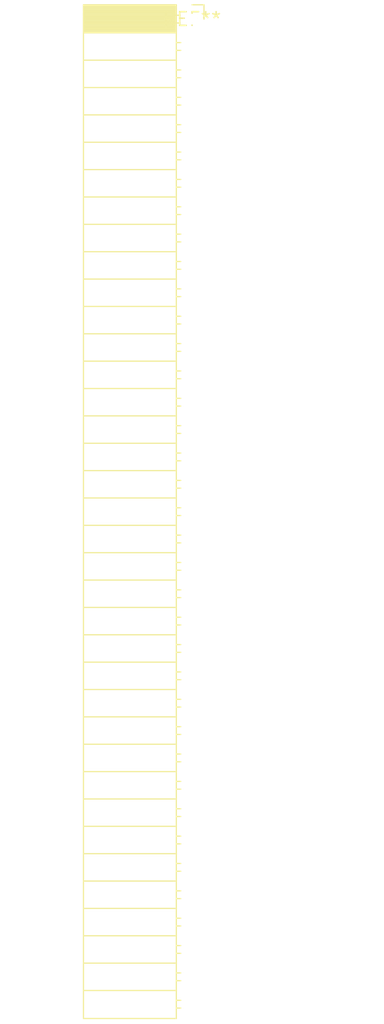
<source format=kicad_pcb>
(kicad_pcb (version 20240108) (generator pcbnew)
  (layers (0 "F.Cu" signal) (31 "B.Cu" signal) (34 "B.Paste" user) (35 "F.Paste" user) (36 "B.SilkS" user "B.Silkscreen") (37 "F.SilkS" user "F.Silkscreen") (38 "B.Mask" user) (39 "F.Mask" user) (44 "Edge.Cuts" user))
  (net 0 "")
  (footprint "PinSocket_1x37_P2.54mm_Horizontal" (layer "F.Cu") (at 0 0)
    (property "Reference" "REF**")
    (property "Value" "PinSocket_1x37_P2.54mm_Horizontal")
    (fp_line (start -10.09 -1.33) (end -10.09 92.77) (layer "F.SilkS") (stroke (width 0.12)))
    (fp_line (start -10.09 -1.33) (end -1.46 -1.33) (layer "F.SilkS") (stroke (width 0.12)))
    (fp_line (start -10.09 -1.21) (end -1.46 -1.21) (layer "F.SilkS") (stroke (width 0.12)))
    (fp_line (start -10.09 -1.091905) (end -1.46 -1.091905) (layer "F.SilkS") (stroke (width 0.12)))
    (fp_line (start -10.09 -0.97381) (end -1.46 -0.97381) (layer "F.SilkS") (stroke (width 0.12)))
    (fp_line (start -10.09 -0.855715) (end -1.46 -0.855715) (layer "F.SilkS") (stroke (width 0.12)))
    (fp_line (start -10.09 -0.73762) (end -1.46 -0.73762) (layer "F.SilkS") (stroke (width 0.12)))
    (fp_line (start -10.09 -0.619525) (end -1.46 -0.619525) (layer "F.SilkS") (stroke (width 0.12)))
    (fp_line (start -10.09 -0.50143) (end -1.46 -0.50143) (layer "F.SilkS") (stroke (width 0.12)))
    (fp_line (start -10.09 -0.383335) (end -1.46 -0.383335) (layer "F.SilkS") (stroke (width 0.12)))
    (fp_line (start -10.09 -0.26524) (end -1.46 -0.26524) (layer "F.SilkS") (stroke (width 0.12)))
    (fp_line (start -10.09 -0.147145) (end -1.46 -0.147145) (layer "F.SilkS") (stroke (width 0.12)))
    (fp_line (start -10.09 -0.02905) (end -1.46 -0.02905) (layer "F.SilkS") (stroke (width 0.12)))
    (fp_line (start -10.09 0.089045) (end -1.46 0.089045) (layer "F.SilkS") (stroke (width 0.12)))
    (fp_line (start -10.09 0.20714) (end -1.46 0.20714) (layer "F.SilkS") (stroke (width 0.12)))
    (fp_line (start -10.09 0.325235) (end -1.46 0.325235) (layer "F.SilkS") (stroke (width 0.12)))
    (fp_line (start -10.09 0.44333) (end -1.46 0.44333) (layer "F.SilkS") (stroke (width 0.12)))
    (fp_line (start -10.09 0.561425) (end -1.46 0.561425) (layer "F.SilkS") (stroke (width 0.12)))
    (fp_line (start -10.09 0.67952) (end -1.46 0.67952) (layer "F.SilkS") (stroke (width 0.12)))
    (fp_line (start -10.09 0.797615) (end -1.46 0.797615) (layer "F.SilkS") (stroke (width 0.12)))
    (fp_line (start -10.09 0.91571) (end -1.46 0.91571) (layer "F.SilkS") (stroke (width 0.12)))
    (fp_line (start -10.09 1.033805) (end -1.46 1.033805) (layer "F.SilkS") (stroke (width 0.12)))
    (fp_line (start -10.09 1.1519) (end -1.46 1.1519) (layer "F.SilkS") (stroke (width 0.12)))
    (fp_line (start -10.09 1.27) (end -1.46 1.27) (layer "F.SilkS") (stroke (width 0.12)))
    (fp_line (start -10.09 3.81) (end -1.46 3.81) (layer "F.SilkS") (stroke (width 0.12)))
    (fp_line (start -10.09 6.35) (end -1.46 6.35) (layer "F.SilkS") (stroke (width 0.12)))
    (fp_line (start -10.09 8.89) (end -1.46 8.89) (layer "F.SilkS") (stroke (width 0.12)))
    (fp_line (start -10.09 11.43) (end -1.46 11.43) (layer "F.SilkS") (stroke (width 0.12)))
    (fp_line (start -10.09 13.97) (end -1.46 13.97) (layer "F.SilkS") (stroke (width 0.12)))
    (fp_line (start -10.09 16.51) (end -1.46 16.51) (layer "F.SilkS") (stroke (width 0.12)))
    (fp_line (start -10.09 19.05) (end -1.46 19.05) (layer "F.SilkS") (stroke (width 0.12)))
    (fp_line (start -10.09 21.59) (end -1.46 21.59) (layer "F.SilkS") (stroke (width 0.12)))
    (fp_line (start -10.09 24.13) (end -1.46 24.13) (layer "F.SilkS") (stroke (width 0.12)))
    (fp_line (start -10.09 26.67) (end -1.46 26.67) (layer "F.SilkS") (stroke (width 0.12)))
    (fp_line (start -10.09 29.21) (end -1.46 29.21) (layer "F.SilkS") (stroke (width 0.12)))
    (fp_line (start -10.09 31.75) (end -1.46 31.75) (layer "F.SilkS") (stroke (width 0.12)))
    (fp_line (start -10.09 34.29) (end -1.46 34.29) (layer "F.SilkS") (stroke (width 0.12)))
    (fp_line (start -10.09 36.83) (end -1.46 36.83) (layer "F.SilkS") (stroke (width 0.12)))
    (fp_line (start -10.09 39.37) (end -1.46 39.37) (layer "F.SilkS") (stroke (width 0.12)))
    (fp_line (start -10.09 41.91) (end -1.46 41.91) (layer "F.SilkS") (stroke (width 0.12)))
    (fp_line (start -10.09 44.45) (end -1.46 44.45) (layer "F.SilkS") (stroke (width 0.12)))
    (fp_line (start -10.09 46.99) (end -1.46 46.99) (layer "F.SilkS") (stroke (width 0.12)))
    (fp_line (start -10.09 49.53) (end -1.46 49.53) (layer "F.SilkS") (stroke (width 0.12)))
    (fp_line (start -10.09 52.07) (end -1.46 52.07) (layer "F.SilkS") (stroke (width 0.12)))
    (fp_line (start -10.09 54.61) (end -1.46 54.61) (layer "F.SilkS") (stroke (width 0.12)))
    (fp_line (start -10.09 57.15) (end -1.46 57.15) (layer "F.SilkS") (stroke (width 0.12)))
    (fp_line (start -10.09 59.69) (end -1.46 59.69) (layer "F.SilkS") (stroke (width 0.12)))
    (fp_line (start -10.09 62.23) (end -1.46 62.23) (layer "F.SilkS") (stroke (width 0.12)))
    (fp_line (start -10.09 64.77) (end -1.46 64.77) (layer "F.SilkS") (stroke (width 0.12)))
    (fp_line (start -10.09 67.31) (end -1.46 67.31) (layer "F.SilkS") (stroke (width 0.12)))
    (fp_line (start -10.09 69.85) (end -1.46 69.85) (layer "F.SilkS") (stroke (width 0.12)))
    (fp_line (start -10.09 72.39) (end -1.46 72.39) (layer "F.SilkS") (stroke (width 0.12)))
    (fp_line (start -10.09 74.93) (end -1.46 74.93) (layer "F.SilkS") (stroke (width 0.12)))
    (fp_line (start -10.09 77.47) (end -1.46 77.47) (layer "F.SilkS") (stroke (width 0.12)))
    (fp_line (start -10.09 80.01) (end -1.46 80.01) (layer "F.SilkS") (stroke (width 0.12)))
    (fp_line (start -10.09 82.55) (end -1.46 82.55) (layer "F.SilkS") (stroke (width 0.12)))
    (fp_line (start -10.09 85.09) (end -1.46 85.09) (layer "F.SilkS") (stroke (width 0.12)))
    (fp_line (start -10.09 87.63) (end -1.46 87.63) (layer "F.SilkS") (stroke (width 0.12)))
    (fp_line (start -10.09 90.17) (end -1.46 90.17) (layer "F.SilkS") (stroke (width 0.12)))
    (fp_line (start -10.09 92.77) (end -1.46 92.77) (layer "F.SilkS") (stroke (width 0.12)))
    (fp_line (start -1.46 -1.33) (end -1.46 92.77) (layer "F.SilkS") (stroke (width 0.12)))
    (fp_line (start -1.46 -0.36) (end -1.11 -0.36) (layer "F.SilkS") (stroke (width 0.12)))
    (fp_line (start -1.46 0.36) (end -1.11 0.36) (layer "F.SilkS") (stroke (width 0.12)))
    (fp_line (start -1.46 2.18) (end -1.05 2.18) (layer "F.SilkS") (stroke (width 0.12)))
    (fp_line (start -1.46 2.9) (end -1.05 2.9) (layer "F.SilkS") (stroke (width 0.12)))
    (fp_line (start -1.46 4.72) (end -1.05 4.72) (layer "F.SilkS") (stroke (width 0.12)))
    (fp_line (start -1.46 5.44) (end -1.05 5.44) (layer "F.SilkS") (stroke (width 0.12)))
    (fp_line (start -1.46 7.26) (end -1.05 7.26) (layer "F.SilkS") (stroke (width 0.12)))
    (fp_line (start -1.46 7.98) (end -1.05 7.98) (layer "F.SilkS") (stroke (width 0.12)))
    (fp_line (start -1.46 9.8) (end -1.05 9.8) (layer "F.SilkS") (stroke (width 0.12)))
    (fp_line (start -1.46 10.52) (end -1.05 10.52) (layer "F.SilkS") (stroke (width 0.12)))
    (fp_line (start -1.46 12.34) (end -1.05 12.34) (layer "F.SilkS") (stroke (width 0.12)))
    (fp_line (start -1.46 13.06) (end -1.05 13.06) (layer "F.SilkS") (stroke (width 0.12)))
    (fp_line (start -1.46 14.88) (end -1.05 14.88) (layer "F.SilkS") (stroke (width 0.12)))
    (fp_line (start -1.46 15.6) (end -1.05 15.6) (layer "F.SilkS") (stroke (width 0.12)))
    (fp_line (start -1.46 17.42) (end -1.05 17.42) (layer "F.SilkS") (stroke (width 0.12)))
    (fp_line (start -1.46 18.14) (end -1.05 18.14) (layer "F.SilkS") (stroke (width 0.12)))
    (fp_line (start -1.46 19.96) (end -1.05 19.96) (layer "F.SilkS") (stroke (width 0.12)))
    (fp_line (start -1.46 20.68) (end -1.05 20.68) (layer "F.SilkS") (stroke (width 0.12)))
    (fp_line (start -1.46 22.5) (end -1.05 22.5) (layer "F.SilkS") (stroke (width 0.12)))
    (fp_line (start -1.46 23.22) (end -1.05 23.22) (layer "F.SilkS") (stroke (width 0.12)))
    (fp_line (start -1.46 25.04) (end -1.05 25.04) (layer "F.SilkS") (stroke (width 0.12)))
    (fp_line (start -1.46 25.76) (end -1.05 25.76) (layer "F.SilkS") (stroke (width 0.12)))
    (fp_line (start -1.46 27.58) (end -1.05 27.58) (layer "F.SilkS") (stroke (width 0.12)))
    (fp_line (start -1.46 28.3) (end -1.05 28.3) (layer "F.SilkS") (stroke (width 0.12)))
    (fp_line (start -1.46 30.12) (end -1.05 30.12) (layer "F.SilkS") (stroke (width 0.12)))
    (fp_line (start -1.46 30.84) (end -1.05 30.84) (layer "F.SilkS") (stroke (width 0.12)))
    (fp_line (start -1.46 32.66) (end -1.05 32.66) (layer "F.SilkS") (stroke (width 0.12)))
    (fp_line (start -1.46 33.38) (end -1.05 33.38) (layer "F.SilkS") (stroke (width 0.12)))
    (fp_line (start -1.46 35.2) (end -1.05 35.2) (layer "F.SilkS") (stroke (width 0.12)))
    (fp_line (start -1.46 35.92) (end -1.05 35.92) (layer "F.SilkS") (stroke (width 0.12)))
    (fp_line (start -1.46 37.74) (end -1.05 37.74) (layer "F.SilkS") (stroke (width 0.12)))
    (fp_line (start -1.46 38.46) (end -1.05 38.46) (layer "F.SilkS") (stroke (width 0.12)))
    (fp_line (start -1.46 40.28) (end -1.05 40.28) (layer "F.SilkS") (stroke (width 0.12)))
    (fp_line (start -1.46 41) (end -1.05 41) (layer "F.SilkS") (stroke (width 0.12)))
    (fp_line (start -1.46 42.82) (end -1.05 42.82) (layer "F.SilkS") (stroke (width 0.12)))
    (fp_line (start -1.46 43.54) (end -1.05 43.54) (layer "F.SilkS") (stroke (width 0.12)))
    (fp_line (start -1.46 45.36) (end -1.05 45.36) (layer "F.SilkS") (stroke (width 0.12)))
    (fp_line (start -1.46 46.08) (end -1.05 46.08) (layer "F.SilkS") (stroke (width 0.12)))
    (fp_line (start -1.46 47.9) (end -1.05 47.9) (layer "F.SilkS") (stroke (width 0.12)))
    (fp_line (start -1.46 48.62) (end -1.05 48.62) (layer "F.SilkS") (stroke (width 0.12)))
    (fp_line (start -1.46 50.44) (end -1.05 50.44) (layer "F.SilkS") (stroke (width 0.12)))
    (fp_line (start -1.46 51.16) (end -1.05 51.16) (layer "F.SilkS") (stroke (width 0.12)))
    (fp_line (start -1.46 52.98) (end -1.05 52.98) (layer "F.SilkS") (stroke (width 0.12)))
    (fp_line (start -1.46 53.7) (end -1.05 53.7) (layer "F.SilkS") (stroke (width 0.12)))
    (fp_line (start -1.46 55.52) (end -1.05 55.52) (layer "F.SilkS") (stroke (width 0.12)))
    (fp_line (start -1.46 56.24) (end -1.05 56.24) (layer "F.SilkS") (stroke (width 0.12)))
    (fp_line (start -1.46 58.06) (end -1.05 58.06) (layer "F.SilkS") (stroke (width 0.12)))
    (fp_line (start -1.46 58.78) (end -1.05 58.78) (layer "F.SilkS") (stroke (width 0.12)))
    (fp_line (start -1.46 60.6) (end -1.05 60.6) (layer "F.SilkS") (stroke (width 0.12)))
    (fp_line (start -1.46 61.32) (end -1.05 61.32) (layer "F.SilkS") (stroke (width 0.12)))
    (fp_line (start -1.46 63.14) (end -1.05 63.14) (layer "F.SilkS") (stroke (width 0.12)))
    (fp_line (start -1.46 63.86) (end -1.05 63.86) (layer "F.SilkS") (stroke (width 0.12)))
    (fp_line (start -1.46 65.68) (end -1.05 65.68) (layer "F.SilkS") (stroke (width 0.12)))
    (fp_line (start -1.46 66.4) (end -1.05 66.4) (layer "F.SilkS") (stroke (width 0.12)))
    (fp_line (start -1.46 68.22) (end -1.05 68.22) (layer "F.SilkS") (stroke (width 0.12)))
    (fp_line (start -1.46 68.94) (end -1.05 68.94) (layer "F.SilkS") (stroke (width 0.12)))
    (fp_line (start -1.46 70.76) (end -1.05 70.76) (layer "F.SilkS") (stroke (width 0.12)))
    (fp_line (start -1.46 71.48) (end -1.05 71.48) (layer "F.SilkS") (stroke (width 0.12)))
    (fp_line (start -1.46 73.3) (end -1.05 73.3) (layer "F.SilkS") (stroke (width 0.12)))
    (fp_line (start -1.46 74.02) (end -1.05 74.02) (layer "F.SilkS") (stroke (width 0.12)))
    (fp_line (start -1.46 75.84) (end -1.05 75.84) (layer "F.SilkS") (stroke (width 0.12)))
    (fp_line (start -1.46 76.56) (end -1.05 76.56) (layer "F.SilkS") (stroke (width 0.12)))
    (fp_line (start -1.46 78.38) (end -1.05 78.38) (layer "F.SilkS") (stroke (width 0.12)))
    (fp_line (start -1.46 79.1) (end -1.05 79.1) (layer "F.SilkS") (stroke (width 0.12)))
    (fp_line (start -1.46 80.92) (end -1.05 80.92) (layer "F.SilkS") (stroke (width 0.12)))
    (fp_line (start -1.46 81.64) (end -1.05 81.64) (layer "F.SilkS") (stroke (width 0.12)))
    (fp_line (start -1.46 83.46) (end -1.05 83.46) (layer "F.SilkS") (stroke (width 0.12)))
    (fp_line (start -1.46 84.18) (end -1.05 84.18) (layer "F.SilkS") (stroke (width 0.12)))
    (fp_line (start -1.46 86) (end -1.05 86) (layer "F.SilkS") (stroke (width 0.12)))
    (fp_line (start -1.46 86.72) (end -1.05 86.72) (layer "F.SilkS") (stroke (width 0.12)))
    (fp_line (start -1.46 88.54) (end -1.05 88.54) (layer "F.SilkS") (stroke (width 0.12)))
    (fp_line (start -1.46 89.26) (end -1.05 89.26) (layer "F.SilkS") (stroke (width 0.12)))
    (fp_line (start -1.46 91.08) (end -1.05 91.08) (layer "F.SilkS") (stroke (width 0.12)))
    (fp_line (start -1.46 91.8) (end -1.05 91.8) (layer "F.SilkS") (stroke (width 0.12)))
    (fp_line (start 0 -1.33) (end 1.11 -1.33) (layer "F.SilkS") (stroke (width 0.12)))
    (fp_line (start 1.11 -1.33) (end 1.11 0) (layer "F.SilkS") (stroke (width 0.12)))
    (pad "1" thru_hole rect (at 0 0) (size 1.7 1.7) (drill 1) (layers *.Cu *.Mask) (remove_unused_layers))
    (pad "2" thru_hole oval (at 0 2.54) (size 1.7 1.7) (drill 1) (layers *.Cu *.Mask) (remove_unused_layers))
    (pad "3" thru_hole oval (at 0 5.08) (size 1.7 1.7) (drill 1) (layers *.Cu *.Mask) (remove_unused_layers))
    (pad "4" thru_hole oval (at 0 7.62) (size 1.7 1.7) (drill 1) (layers *.Cu *.Mask) (remove_unused_layers))
    (pad "5" thru_hole oval (at 0 10.16) (size 1.7 1.7) (drill 1) (layers *.Cu *.Mask) (remove_unused_layers))
    (pad "6" thru_hole oval (at 0 12.7) (size 1.7 1.7) (drill 1) (layers *.Cu *.Mask) (remove_unused_layers))
    (pad "7" thru_hole oval (at 0 15.24) (size 1.7 1.7) (drill 1) (layers *.Cu *.Mask) (remove_unused_layers))
    (pad "8" thru_hole oval (at 0 17.78) (size 1.7 1.7) (drill 1) (layers *.Cu *.Mask) (remove_unused_layers))
    (pad "9" thru_hole oval (at 0 20.32) (size 1.7 1.7) (drill 1) (layers *.Cu *.Mask) (remove_unused_layers))
    (pad "10" thru_hole oval (at 0 22.86) (size 1.7 1.7) (drill 1) (layers *.Cu *.Mask) (remove_unused_layers))
    (pad "11" thru_hole oval (at 0 25.4) (size 1.7 1.7) (drill 1) (layers *.Cu *.Mask) (remove_unused_layers))
    (pad "12" thru_hole oval (at 0 27.94) (size 1.7 1.7) (drill 1) (layers *.Cu *.Mask) (remove_unused_layers))
    (pad "13" thru_hole oval (at 0 30.48) (size 1.7 1.7) (drill 1) (layers *.Cu *.Mask) (remove_unused_layers))
    (pad "14" thru_hole oval (at 0 33.02) (size 1.7 1.7) (drill 1) (layers *.Cu *.Mask) (remove_unused_layers))
    (pad "15" thru_hole oval (at 0 35.56) (size 1.7 1.7) (drill 1) (layers *.Cu *.Mask) (remove_unused_layers))
    (pad "16" thru_hole oval (at 0 38.1) (size 1.7 1.7) (drill 1) (layers *.Cu *.Mask) (remove_unused_layers))
    (pad "17" thru_hole oval (at 0 40.64) (size 1.7 1.7) (drill 1) (layers *.Cu *.Mask) (remove_unused_layers))
    (pad "18" thru_hole oval (at 0 43.18) (size 1.7 1.7) (drill 1) (layers *.Cu *.Mask) (remove_unused_layers))
    (pad "19" thru_hole oval (at 0 45.72) (size 1.7 1.7) (drill 1) (layers *.Cu *.Mask) (remove_unused_layers))
    (pad "20" thru_hole oval (at 0 48.26) (size 1.7 1.7) (drill 1) (layers *.Cu *.Mask) (remove_unused_layers))
    (pad "21" thru_hole oval (at 0 50.8) (size 1.7 1.7) (drill 1) (layers *.Cu *.Mask) (remove_unused_layers))
    (pad "22" thru_hole oval (at 0 53.34) (size 1.7 1.7) (drill 1) (layers *.Cu *.Mask) (remove_unused_layers))
    (pad "23" thru_hole oval (at 0 55.88) (size 1.7 1.7) (drill 1) (layers *.Cu *.Mask) (remove_unused_layers))
    (pad "24" thru_hole oval (at 0 58.42) (size 1.7 1.7) (drill 1) (layers *.Cu *.Mask) (remove_unused_layers))
    (pad "25" thru_hole oval (at 0 60.96) (size 1.7 1.7) (drill 1) (layers *.Cu *.Mask) (remove_unused_layers))
    (pad "26" thru_hole oval (at 0 63.5) (size 1.7 1.7) (drill 1) (layers *.Cu *.Mask) (remove_unused_layers))
    (pad "27" thru_hole oval (at 0 66.04) (size 1.7 1.7) (drill 1) (layers *.Cu *.Mask) (remove_unused_layers))
    (pad "28" thru_hole oval (at 0 68.58) (size 1.7 1.7) (drill 1) (layers *.Cu *.Mask) (remove_unused_layers))
    (pad "29" thru_hole oval (at 0 71.12) (size 1.7 1.7) (drill 1) (layers *.Cu *.Mask) (remove_unused_layers))
    (pad "30" thru_hole oval (at 0 73.66) (size 1.7 1.7) (drill 1) (layers *.Cu *.Mask) (remove_unused_layers))
    (pad "31" thru_hole oval (at 0 76.2) (size 1.7 1.7) (drill 1) (layers *.Cu *.Mask) (remove_unused_layers))
    (pad "32" thru_hole oval (at 0 78.74) (size 1.7 1.7) (drill 1) (layers *.Cu *.Mask) (remove_unused_layers))
    (pad "33" thru_hole oval (at 0 81.28) (size 1.7 1.7) (drill 1) (layers *.Cu *.Mask) (remove_unused_layers))
    (pad "34" thru_hole oval (at 0 83.82) (size 1.7 1.7) (drill 1) (layers *.Cu *.Mask) (remove_unused_layers))
    (pad "35" thru_hole oval (at 0 86.36) (size 1.7 1.7) (drill 1) (layers *.Cu *.Mask) (remove_unused_layers))
    (pad "36" thru_hole oval (at 0 88.9) (size 1.7 1.7) (drill 1) (layers *.Cu *.Mask) (remove_unused_layers))
    (pad "37" thru_hole oval (at 0 91.44) (size 1.7 1.7) (drill 1) (layers *.Cu *.Mask) (remove_unused_layers))
  )
)
</source>
